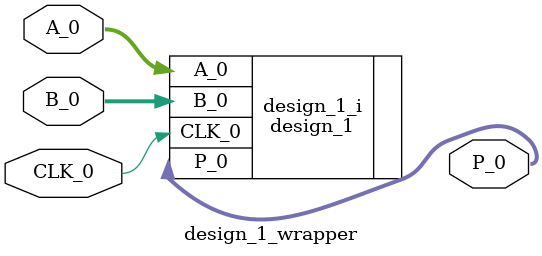
<source format=v>
`timescale 1 ps / 1 ps

module design_1_wrapper
   (A_0,
    B_0,
    CLK_0,
    P_0);
  input [31:0]A_0;
  input [31:0]B_0;
  input CLK_0;
  output [63:0]P_0;

  wire [31:0]A_0;
  wire [31:0]B_0;
  wire CLK_0;
  wire [63:0]P_0;

  design_1 design_1_i
       (.A_0(A_0),
        .B_0(B_0),
        .CLK_0(CLK_0),
        .P_0(P_0));
endmodule

</source>
